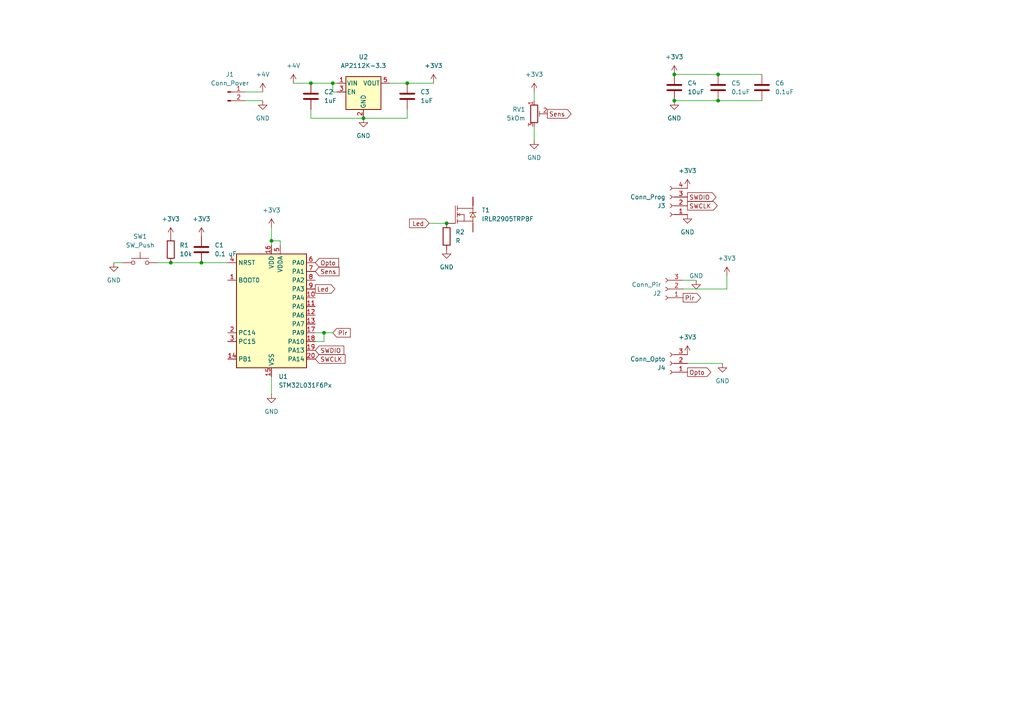
<source format=kicad_sch>
(kicad_sch (version 20211123) (generator eeschema)
  (paper "A4")
  (lib_symbols
    (symbol "Connector:Conn_01x02_Male" (pin_names (offset 1.016) hide)
      (property "Reference" "J" (at 0 2.54 0))
      (property "Value" "Conn_01x02_Male" (at 0 -5.08 0))
      (symbol "Conn_01x02_Male_1_1"
        (polyline (pts (xy 1.27 -2.54) (xy 0.8636 -2.54)) (stroke (width 0.1524)))
        (polyline (pts (xy 1.27 0) (xy 0.8636 0)) (stroke (width 0.1524)))
        (rectangle (start 0.8636 -2.413) (end 0 -2.667) (stroke (width 0.1524)) (fill (type outline)))
        (rectangle (start 0.8636 0.127) (end 0 -0.127) (stroke (width 0.1524)) (fill (type outline)))
        (pin passive line (at 5.08 0 180) (length 3.81) (name "Pin_1") (number "1"))
        (pin passive line (at 5.08 -2.54 180) (length 3.81) (name "Pin_2") (number "2"))
      )
    )
    (symbol "Connector:Conn_01x03_Female" (pin_names (offset 1.016) hide)
      (property "Reference" "J" (at 0 5.08 0))
      (property "Value" "Conn_01x03_Female" (at 0 -5.08 0))
      (symbol "Conn_01x03_Female_1_1"
        (arc (start 0 -2.032) (mid -0.508 -2.54) (end 0 -3.048) (stroke (width 0.1524)))
        (polyline (pts (xy -1.27 -2.54) (xy -0.508 -2.54)) (stroke (width 0.1524)))
        (polyline (pts (xy -1.27 0) (xy -0.508 0)) (stroke (width 0.1524)))
        (polyline (pts (xy -1.27 2.54) (xy -0.508 2.54)) (stroke (width 0.1524)))
        (arc (start 0 0.508) (mid -0.508 0) (end 0 -0.508) (stroke (width 0.1524)))
        (arc (start 0 3.048) (mid -0.508 2.54) (end 0 2.032) (stroke (width 0.1524)))
        (pin passive line (at -5.08 2.54 0) (length 3.81) (name "Pin_1") (number "1"))
        (pin passive line (at -5.08 0 0) (length 3.81) (name "Pin_2") (number "2"))
        (pin passive line (at -5.08 -2.54 0) (length 3.81) (name "Pin_3") (number "3"))
      )
    )
    (symbol "Connector:Conn_01x04_Female" (pin_names (offset 1.016) hide)
      (property "Reference" "J" (at 0 5.08 0))
      (property "Value" "Conn_01x04_Female" (at 0 -7.62 0))
      (symbol "Conn_01x04_Female_1_1"
        (arc (start 0 -4.572) (mid -0.508 -5.08) (end 0 -5.588) (stroke (width 0.1524)))
        (arc (start 0 -2.032) (mid -0.508 -2.54) (end 0 -3.048) (stroke (width 0.1524)))
        (polyline (pts (xy -1.27 -5.08) (xy -0.508 -5.08)) (stroke (width 0.1524)))
        (polyline (pts (xy -1.27 -2.54) (xy -0.508 -2.54)) (stroke (width 0.1524)))
        (polyline (pts (xy -1.27 0) (xy -0.508 0)) (stroke (width 0.1524)))
        (polyline (pts (xy -1.27 2.54) (xy -0.508 2.54)) (stroke (width 0.1524)))
        (arc (start 0 0.508) (mid -0.508 0) (end 0 -0.508) (stroke (width 0.1524)))
        (arc (start 0 3.048) (mid -0.508 2.54) (end 0 2.032) (stroke (width 0.1524)))
        (pin passive line (at -5.08 2.54 0) (length 3.81) (name "Pin_1") (number "1"))
        (pin passive line (at -5.08 0 0) (length 3.81) (name "Pin_2") (number "2"))
        (pin passive line (at -5.08 -2.54 0) (length 3.81) (name "Pin_3") (number "3"))
        (pin passive line (at -5.08 -5.08 0) (length 3.81) (name "Pin_4") (number "4"))
      )
    )
    (symbol "Device:C" (pin_numbers hide) (pin_names (offset 0.254))
      (property "Reference" "C" (at 0.635 2.54 0))
      (property "Value" "C" (at 0.635 -2.54 0))
      (symbol "C_0_1"
        (polyline (pts (xy -2.032 -0.762) (xy 2.032 -0.762)) (stroke (width 0.508)))
        (polyline (pts (xy -2.032 0.762) (xy 2.032 0.762)) (stroke (width 0.508)))
      )
      (symbol "C_1_1"
        (pin passive line (at 0 3.81 270) (length 2.794) (name "~") (number "1"))
        (pin passive line (at 0 -3.81 90) (length 2.794) (name "~") (number "2"))
      )
    )
    (symbol "Device:R" (pin_numbers hide) (pin_names (offset 0))
      (property "Reference" "R" (at 2.032 0 90))
      (property "Value" "R" (at 0 0 90))
      (symbol "R_0_1"
        (rectangle (start -1.016 -2.54) (end 1.016 2.54) (stroke (width 0.254)))
      )
      (symbol "R_1_1"
        (pin passive line (at 0 3.81 270) (length 1.27) (name "~") (number "1"))
        (pin passive line (at 0 -3.81 90) (length 1.27) (name "~") (number "2"))
      )
    )
    (symbol "Device:R_Potentiometer_Trim" (pin_names (offset 1.016) hide)
      (property "Reference" "RV" (at -4.445 0 90))
      (property "Value" "R_Potentiometer_Trim" (at -2.54 0 90))
      (symbol "R_Potentiometer_Trim_0_1"
        (polyline (pts (xy 1.524 0.762) (xy 1.524 -0.762)))
        (polyline (pts (xy 2.54 0) (xy 1.524 0)))
        (rectangle (start 1.016 2.54) (end -1.016 -2.54) (stroke (width 0.254)))
      )
      (symbol "R_Potentiometer_Trim_1_1"
        (pin passive line (at 0 3.81 270) (length 1.27) (name "1") (number "1"))
        (pin passive line (at 3.81 0 180) (length 1.27) (name "2") (number "2"))
        (pin passive line (at 0 -3.81 90) (length 1.27) (name "3") (number "3"))
      )
    )
    (symbol "IRLR2905TRPBF:IRLR2905TRPBF" (pin_numbers hide) (pin_names (offset 1.016) hide)
      (property "Reference" "T" (at 5.08 0 0))
      (property "Value" "IRLR2905TRPBF" (at 5.08 -2.54 0))
      (symbol "IRLR2905TRPBF_0_0"
        (polyline (pts (xy -2.54 -2.54) (xy -2.54 2.54)) (stroke (width 0.1524)))
        (polyline (pts (xy -1.9812 -1.905) (xy -1.9812 -2.54)) (stroke (width 0.1524)))
        (polyline (pts (xy -1.9812 -1.905) (xy 0 -1.905)) (stroke (width 0.1524)))
        (polyline (pts (xy -1.9812 -1.2954) (xy -1.9812 -1.905)) (stroke (width 0.1524)))
        (polyline (pts (xy -1.9812 0.6858) (xy -1.9812 -0.8382)) (stroke (width 0.1524)))
        (polyline (pts (xy -1.9812 1.8034) (xy -1.9812 1.0922)) (stroke (width 0.1524)))
        (polyline (pts (xy -1.9812 1.8034) (xy 2.54 1.8034)) (stroke (width 0.1524)))
        (polyline (pts (xy -1.9812 2.54) (xy -1.9812 1.8034)) (stroke (width 0.1524)))
        (polyline (pts (xy 0 -1.905) (xy 0 0)) (stroke (width 0.1524)))
        (polyline (pts (xy 0 0) (xy -1.2192 0)) (stroke (width 0.1524)))
        (polyline (pts (xy 1.6002 0.381) (xy 1.778 0.5588)) (stroke (width 0.1524)))
        (polyline (pts (xy 2.54 -2.54) (xy 2.54 -1.905)) (stroke (width 0.1524)))
        (polyline (pts (xy 2.54 -1.905) (xy 0 -1.905)) (stroke (width 0.1524)))
        (polyline (pts (xy 2.54 -0.7112) (xy 2.54 -1.905)) (stroke (width 0.1524)))
        (polyline (pts (xy 2.54 0.5588) (xy 1.778 0.5588)) (stroke (width 0.1524)))
        (polyline (pts (xy 2.54 0.5588) (xy 3.302 0.5588)) (stroke (width 0.1524)))
        (polyline (pts (xy 2.54 1.8034) (xy 2.54 0.5588)) (stroke (width 0.1524)))
        (polyline (pts (xy 2.54 2.54) (xy 2.54 1.8034)) (stroke (width 0.1524)))
        (polyline (pts (xy 3.302 0.5588) (xy 3.4798 0.7366)) (stroke (width 0.1524)))
        (polyline (pts (xy -1.9812 0) (xy -1.2192 0.254) (xy -1.2192 -0.254) (xy -1.9812 0)) (stroke (width 0.1524)) (fill (type background)))
        (polyline (pts (xy 1.778 -0.7112) (xy 2.54 0.5588) (xy 3.302 -0.7112) (xy 1.778 -0.7112)) (stroke (width 0.1524)) (fill (type background)))
        (pin bidirectional line (at -5.08 -2.54 0) (length 2.54) (name "~") (number "1"))
        (pin bidirectional line (at 2.54 5.08 270) (length 2.54) (name "~") (number "2"))
        (pin bidirectional line (at 2.54 -5.08 90) (length 2.54) (name "~") (number "3"))
        (pin bidirectional line (at 2.54 5.08 270) (length 2.54) (name "~") (number "PAD"))
      )
    )
    (symbol "MCU_ST_STM32L0:STM32L031F6Px"
      (property "Reference" "U" (at -10.16 16.51 0))
      (property "Value" "STM32L031F6Px" (at 5.08 16.51 0))
      (symbol "STM32L031F6Px_0_1"
        (rectangle (start -10.16 -17.78) (end 10.16 15.24) (stroke (width 0.254)) (fill (type background)))
      )
      (symbol "STM32L031F6Px_1_1"
        (pin input line (at -12.7 7.62 0) (length 2.54) (name "BOOT0") (number "1"))
        (pin bidirectional line (at 12.7 2.54 180) (length 2.54) (name "PA4") (number "10"))
        (pin bidirectional line (at 12.7 0 180) (length 2.54) (name "PA5") (number "11"))
        (pin bidirectional line (at 12.7 -2.54 180) (length 2.54) (name "PA6") (number "12"))
        (pin bidirectional line (at 12.7 -5.08 180) (length 2.54) (name "PA7") (number "13"))
        (pin bidirectional line (at -12.7 -15.24 0) (length 2.54) (name "PB1") (number "14"))
        (pin power_in line (at 0 -20.32 90) (length 2.54) (name "VSS") (number "15"))
        (pin power_in line (at 0 17.78 270) (length 2.54) (name "VDD") (number "16"))
        (pin bidirectional line (at 12.7 -7.62 180) (length 2.54) (name "PA9") (number "17"))
        (pin bidirectional line (at 12.7 -10.16 180) (length 2.54) (name "PA10") (number "18"))
        (pin bidirectional line (at 12.7 -12.7 180) (length 2.54) (name "PA13") (number "19"))
        (pin bidirectional line (at -12.7 -7.62 0) (length 2.54) (name "PC14") (number "2"))
        (pin bidirectional line (at 12.7 -15.24 180) (length 2.54) (name "PA14") (number "20"))
        (pin bidirectional line (at -12.7 -10.16 0) (length 2.54) (name "PC15") (number "3"))
        (pin input line (at -12.7 12.7 0) (length 2.54) (name "NRST") (number "4"))
        (pin power_in line (at 2.54 17.78 270) (length 2.54) (name "VDDA") (number "5"))
        (pin bidirectional line (at 12.7 12.7 180) (length 2.54) (name "PA0") (number "6"))
        (pin bidirectional line (at 12.7 10.16 180) (length 2.54) (name "PA1") (number "7"))
        (pin bidirectional line (at 12.7 7.62 180) (length 2.54) (name "PA2") (number "8"))
        (pin bidirectional line (at 12.7 5.08 180) (length 2.54) (name "PA3") (number "9"))
      )
    )
    (symbol "Regulator_Linear:AP2112K-3.3" (pin_names (offset 0.254))
      (property "Reference" "U" (at -5.08 5.715 0))
      (property "Value" "AP2112K-3.3" (at 0 5.715 0))
      (symbol "AP2112K-3.3_0_1"
        (rectangle (start -5.08 4.445) (end 5.08 -5.08) (stroke (width 0.254)) (fill (type background)))
      )
      (symbol "AP2112K-3.3_1_1"
        (pin power_in line (at -7.62 2.54 0) (length 2.54) (name "VIN") (number "1"))
        (pin power_in line (at 0 -7.62 90) (length 2.54) (name "GND") (number "2"))
        (pin input line (at -7.62 0 0) (length 2.54) (name "EN") (number "3"))
        (pin no_connect line (at 5.08 0 180) (length 2.54) hide (name "NC") (number "4"))
        (pin power_out line (at 7.62 2.54 180) (length 2.54) (name "VOUT") (number "5"))
      )
    )
    (symbol "Switch:SW_Push" (pin_numbers hide) (pin_names (offset 1.016) hide)
      (property "Reference" "SW" (at 1.27 2.54 0))
      (property "Value" "SW_Push" (at 0 -1.524 0))
      (symbol "SW_Push_0_1"
        (circle (center -2.032 0) (radius 0.508))
        (polyline (pts (xy 0 1.27) (xy 0 3.048)))
        (polyline (pts (xy 2.54 1.27) (xy -2.54 1.27)))
        (circle (center 2.032 0) (radius 0.508))
        (pin passive line (at -5.08 0 0) (length 2.54) (name "1") (number "1"))
        (pin passive line (at 5.08 0 180) (length 2.54) (name "2") (number "2"))
      )
    )
    (symbol "power:+3.3V" (power) (pin_names (offset 0))
      (property "Value" "+3.3V" (at 0 3.556 0))
      (symbol "+3.3V_0_1"
        (polyline (pts (xy -0.762 1.27) (xy 0 2.54)))
        (polyline (pts (xy 0 0) (xy 0 2.54)))
        (polyline (pts (xy 0 2.54) (xy 0.762 1.27)))
      )
      (symbol "+3.3V_1_1"
        (pin power_in line (at 0 0 90) (length 0) hide (name "+3V3") (number "1"))
      )
    )
    (symbol "power:+4V" (power) (pin_names (offset 0))
      (property "Value" "+4V" (at 0 3.556 0))
      (symbol "+4V_0_1"
        (polyline (pts (xy -0.762 1.27) (xy 0 2.54)))
        (polyline (pts (xy 0 0) (xy 0 2.54)))
        (polyline (pts (xy 0 2.54) (xy 0.762 1.27)))
      )
      (symbol "+4V_1_1"
        (pin power_in line (at 0 0 90) (length 0) hide (name "+4V") (number "1"))
      )
    )
    (symbol "power:GND" (power) (pin_names (offset 0))
      (property "Value" "GND" (at 0 -3.81 0))
      (symbol "GND_0_1"
        (polyline (pts (xy 0 0) (xy 0 -1.27) (xy 1.27 -1.27) (xy 0 -2.54) (xy -1.27 -1.27) (xy 0 -1.27)))
      )
      (symbol "GND_1_1"
        (pin power_in line (at 0 0 270) (length 0) hide (name "GND") (number "1"))
      )
    )
  )
  (junction (at 118.11 24.13))
  (junction (at 105.41 34.29))
  (junction (at 78.74 69.85))
  (junction (at 58.42 76.2))
  (junction (at 129.54 64.77))
  (junction (at 90.17 24.13))
  (junction (at 195.58 29.21))
  (junction (at 49.53 76.2))
  (junction (at 93.98 96.52))
  (junction (at 208.28 29.21))
  (junction (at 208.28 21.59))
  (junction (at 195.58 21.59))
  (junction (at 96.52 24.13))
  (wire (pts (xy 90.17 34.29) (xy 105.41 34.29)))
  (wire (pts (xy 71.12 26.67) (xy 76.2 26.67)))
  (wire (pts (xy 81.28 71.12) (xy 81.28 69.85)))
  (wire (pts (xy 210.82 83.82) (xy 210.82 80.01)))
  (wire (pts (xy 90.17 31.75) (xy 90.17 34.29)))
  (wire (pts (xy 58.42 76.2) (xy 66.04 76.2)))
  (wire (pts (xy 154.94 36.83) (xy 154.94 40.64)))
  (wire (pts (xy 49.53 76.2) (xy 58.42 76.2)))
  (wire (pts (xy 96.52 24.13) (xy 97.79 24.13)))
  (wire (pts (xy 71.12 29.21) (xy 76.2 29.21)))
  (wire (pts (xy 208.28 29.21) (xy 220.98 29.21)))
  (wire (pts (xy 93.98 96.52) (xy 96.52 96.52)))
  (wire (pts (xy 124.46 64.77) (xy 129.54 64.77)))
  (wire (pts (xy 208.28 21.59) (xy 220.98 21.59)))
  (wire (pts (xy 85.09 24.13) (xy 90.17 24.13)))
  (wire (pts (xy 78.74 66.04) (xy 78.74 69.85)))
  (wire (pts (xy 195.58 21.59) (xy 208.28 21.59)))
  (wire (pts (xy 118.11 34.29) (xy 105.41 34.29)))
  (wire (pts (xy 93.98 99.06) (xy 93.98 96.52)))
  (wire (pts (xy 118.11 31.75) (xy 118.11 34.29)))
  (wire (pts (xy 90.17 24.13) (xy 96.52 24.13)))
  (wire (pts (xy 97.79 26.67) (xy 96.52 26.67)))
  (wire (pts (xy 195.58 29.21) (xy 208.28 29.21)))
  (wire (pts (xy 198.12 83.82) (xy 210.82 83.82)))
  (wire (pts (xy 78.74 69.85) (xy 78.74 71.12)))
  (wire (pts (xy 154.94 26.67) (xy 154.94 29.21)))
  (wire (pts (xy 199.39 105.41) (xy 209.55 105.41)))
  (wire (pts (xy 96.52 26.67) (xy 96.52 24.13)))
  (wire (pts (xy 81.28 69.85) (xy 78.74 69.85)))
  (wire (pts (xy 91.44 96.52) (xy 93.98 96.52)))
  (wire (pts (xy 198.12 81.28) (xy 201.93 81.28)))
  (wire (pts (xy 118.11 24.13) (xy 125.73 24.13)))
  (wire (pts (xy 91.44 99.06) (xy 93.98 99.06)))
  (wire (pts (xy 78.74 109.22) (xy 78.74 114.3)))
  (wire (pts (xy 33.02 76.2) (xy 35.56 76.2)))
  (wire (pts (xy 113.03 24.13) (xy 118.11 24.13)))
  (wire (pts (xy 45.72 76.2) (xy 49.53 76.2)))
  (global_label "SWDIO" (shape input) (at 91.44 101.6 0) (property "Intersheet References" "${INTERSHEET_REFS}" (effects hide)))
  (global_label "Led" (shape input) (at 124.46 64.77 180) (property "Intersheet References" "${INTERSHEET_REFS}" (effects hide)))
  (global_label "Opto" (shape output) (at 199.39 107.95 0) (property "Intersheet References" "${INTERSHEET_REFS}" (effects hide)))
  (global_label "SWCLK" (shape output) (at 199.39 59.69 0) (property "Intersheet References" "${INTERSHEET_REFS}" (effects hide)))
  (global_label "Pir" (shape input) (at 96.52 96.52 0) (property "Intersheet References" "${INTERSHEET_REFS}" (effects hide)))
  (global_label "Led" (shape output) (at 91.44 83.82 0) (property "Intersheet References" "${INTERSHEET_REFS}" (effects hide)))
  (global_label "Opto" (shape input) (at 91.44 76.2 0) (property "Intersheet References" "${INTERSHEET_REFS}" (effects hide)))
  (global_label "Sens" (shape input) (at 91.44 78.74 0) (property "Intersheet References" "${INTERSHEET_REFS}" (effects hide)))
  (global_label "SWCLK" (shape input) (at 91.44 104.14 0) (property "Intersheet References" "${INTERSHEET_REFS}" (effects hide)))
  (global_label "SWDIO" (shape output) (at 199.39 57.15 0) (property "Intersheet References" "${INTERSHEET_REFS}" (effects hide)))
  (global_label "Pir" (shape output) (at 198.12 86.36 0) (property "Intersheet References" "${INTERSHEET_REFS}" (effects hide)))
  (global_label "Sens" (shape output) (at 158.75 33.02 0) (property "Intersheet References" "${INTERSHEET_REFS}" (effects hide)))
  (symbol (lib_id "Device:R_Potentiometer_Trim") (at 154.94 33.02 0) (unit 1)
    (property "Reference" "RV1" (at 152.4 31.7499 0) (effects (justify right)))
    (property "Value" "5kOm" (at 152.4 34.2899 0) (effects (justify right)))
    (property "Footprint" "Potentiometer_THT:Potentiometer_Bourns_3339P_Vertical_HandSoldering" (effects hide))
  )
  (symbol (lib_id "power:GND") (at 33.02 76.2 0) (unit 1)
    (property "Reference" "#PWR01" (effects hide))
    (property "Value" "GND" (at 33.02 81.28 0))
  )
  (symbol (lib_id "Device:C") (at 58.42 72.39 0) (unit 1)
    (property "Reference" "C1" (at 62.23 71.1199 0) (effects (justify left)))
    (property "Value" "0.1 uF" (at 62.23 73.6599 0) (effects (justify left)))
    (property "Footprint" "Capacitor_SMD:C_0805_2012Metric" (effects hide))
  )
  (symbol (lib_id "MCU_ST_STM32L0:STM32L031F6Px") (at 78.74 88.9 0) (unit 1)
    (property "Reference" "U1" (at 80.7594 109.22 0) (effects (justify left)))
    (property "Value" "STM32L031F6Px" (at 80.7594 111.76 0) (effects (justify left)))
    (property "Footprint" "Package_SO:TSSOP-20_4.4x6.5mm_P0.65mm" (effects hide))
    (property "Datasheet" "http://www.st.com/st-web-ui/static/active/en/resource/technical/document/datasheet/DM00140359.pdf" (effects hide))
  )
  (symbol (lib_id "Device:R") (at 129.54 68.58 0) (unit 1)
    (property "Reference" "R2" (at 132.08 67.3099 0) (effects (justify left)))
    (property "Value" "R" (at 132.08 69.8499 0) (effects (justify left)))
    (property "Footprint" "Resistor_SMD:R_0805_2012Metric" (effects hide))
  )
  (symbol (lib_id "IRLR2905TRPBF:IRLR2905TRPBF") (at 134.62 62.23 0) (unit 1)
    (property "Reference" "T1" (at 139.7 60.9599 0) (effects (justify left)))
    (property "Value" "IRLR2905TRPBF" (at 139.7 63.4999 0) (effects (justify left)))
    (property "Footprint" "Package_TO_SOT_SMD:TO-252-2" (effects hide))
  )
  (symbol (lib_id "power:GND") (at 78.74 114.3 0) (unit 1)
    (property "Reference" "#PWR05" (effects hide))
    (property "Value" "GND" (at 78.74 119.38 0))
  )
  (symbol (lib_id "power:GND") (at 195.58 29.21 0) (unit 1)
    (property "Reference" "#PWR015" (effects hide))
    (property "Value" "GND" (at 195.58 34.29 0))
  )
  (symbol (lib_id "power:+3.3V") (at 154.94 26.67 0) (unit 1)
    (property "Reference" "#PWR012" (effects hide))
    (property "Value" "+3.3V" (at 154.94 21.59 0))
  )
  (symbol (lib_id "Device:C") (at 208.28 25.4 0) (unit 1)
    (property "Reference" "C5" (at 212.09 24.1299 0) (effects (justify left)))
    (property "Value" "0.1uF" (at 212.09 26.6699 0) (effects (justify left)))
    (property "Footprint" "Capacitor_SMD:C_0805_2012Metric" (effects hide))
  )
  (symbol (lib_id "power:GND") (at 201.93 81.28 0) (unit 1)
    (property "Reference" "#PWR019" (effects hide))
    (property "Value" "GND" (at 201.93 80.01 0))
  )
  (symbol (lib_id "power:+3.3V") (at 125.73 24.13 0) (unit 1)
    (property "Reference" "#PWR010" (effects hide))
    (property "Value" "+3.3V" (at 125.73 19.05 0))
  )
  (symbol (lib_id "power:+4V") (at 76.2 26.67 0) (unit 1)
    (property "Reference" "#PWR06" (effects hide))
    (property "Value" "+4V" (at 76.2 21.59 0))
  )
  (symbol (lib_id "power:GND") (at 199.39 62.23 0) (unit 1)
    (property "Reference" "#PWR017" (effects hide))
    (property "Value" "GND" (at 199.39 67.31 0))
  )
  (symbol (lib_id "Device:C") (at 90.17 27.94 0) (unit 1)
    (property "Reference" "C2" (at 93.98 26.6699 0) (effects (justify left)))
    (property "Value" "1uF" (at 93.98 29.2099 0) (effects (justify left)))
    (property "Footprint" "Capacitor_SMD:C_1206_3216Metric" (effects hide))
  )
  (symbol (lib_id "power:+3.3V") (at 78.74 66.04 0) (unit 1)
    (property "Reference" "#PWR04" (effects hide))
    (property "Value" "+3.3V" (at 78.74 60.96 0))
  )
  (symbol (lib_id "power:+3.3V") (at 210.82 80.01 0) (unit 1)
    (property "Reference" "#PWR021" (effects hide))
    (property "Value" "+3.3V" (at 210.82 74.93 0))
  )
  (symbol (lib_id "power:+3.3V") (at 199.39 54.61 0) (unit 1)
    (property "Reference" "#PWR016" (effects hide))
    (property "Value" "+3.3V" (at 199.39 49.53 0))
  )
  (symbol (lib_id "Connector:Conn_01x03_Female") (at 194.31 105.41 180) (unit 1)
    (property "Reference" "J4" (at 193.04 106.6801 0) (effects (justify left)))
    (property "Value" "Conn_Opto" (at 193.04 104.1401 0) (effects (justify left)))
    (property "Footprint" "Connector_PinSocket_2.54mm:PinSocket_1x03_P2.54mm_Vertical" (effects hide))
  )
  (symbol (lib_id "power:+3.3V") (at 58.42 68.58 0) (unit 1)
    (property "Reference" "#PWR03" (effects hide))
    (property "Value" "+3.3V" (at 58.42 63.5 0))
  )
  (symbol (lib_id "power:+3.3V") (at 195.58 21.59 0) (unit 1)
    (property "Reference" "#PWR014" (effects hide))
    (property "Value" "+3.3V" (at 195.58 16.51 0))
  )
  (symbol (lib_id "Switch:SW_Push") (at 40.64 76.2 0) (unit 1)
    (property "Reference" "SW1" (at 40.64 68.58 0))
    (property "Value" "SW_Push" (at 40.64 71.12 0))
    (property "Footprint" "Button_Switch_SMD:SW_SPST_EVQP2" (effects hide))
  )
  (symbol (lib_id "power:GND") (at 154.94 40.64 0) (unit 1)
    (property "Reference" "#PWR013" (effects hide))
    (property "Value" "GND" (at 154.94 45.72 0))
  )
  (symbol (lib_id "power:+3.3V") (at 199.39 102.87 0) (unit 1)
    (property "Reference" "#PWR018" (effects hide))
    (property "Value" "+3.3V" (at 199.39 97.79 0))
  )
  (symbol (lib_id "power:+4V") (at 85.09 24.13 0) (unit 1)
    (property "Reference" "#PWR08" (effects hide))
    (property "Value" "+4V" (at 85.09 19.05 0))
  )
  (symbol (lib_id "Regulator_Linear:AP2112K-3.3") (at 105.41 26.67 0) (unit 1)
    (property "Reference" "U2" (at 105.41 16.51 0))
    (property "Value" "AP2112K-3.3" (at 105.41 19.05 0))
    (property "Footprint" "Package_TO_SOT_SMD:SOT-23-5" (effects hide))
    (property "Datasheet" "https://www.diodes.com/assets/Datasheets/AP2112.pdf" (effects hide))
  )
  (symbol (lib_id "power:GND") (at 129.54 72.39 0) (unit 1)
    (property "Reference" "#PWR011" (effects hide))
    (property "Value" "GND" (at 129.54 77.47 0))
  )
  (symbol (lib_id "power:GND") (at 76.2 29.21 0) (unit 1)
    (property "Reference" "#PWR07" (effects hide))
    (property "Value" "GND" (at 76.2 34.29 0))
  )
  (symbol (lib_id "Connector:Conn_01x02_Male") (at 66.04 26.67 0) (unit 1)
    (property "Reference" "J1" (at 66.675 21.59 0))
    (property "Value" "Conn_Pover" (at 66.675 24.13 0))
    (property "Footprint" "Connector_JST:JST_XH_B2B-XH-AM_1x02_P2.50mm_Vertical" (effects hide))
  )
  (symbol (lib_id "Device:C") (at 220.98 25.4 0) (unit 1)
    (property "Reference" "C6" (at 224.79 24.1299 0) (effects (justify left)))
    (property "Value" "0.1uF" (at 224.79 26.6699 0) (effects (justify left)))
    (property "Footprint" "Capacitor_SMD:C_0805_2012Metric" (effects hide))
  )
  (symbol (lib_id "Device:C") (at 118.11 27.94 0) (unit 1)
    (property "Reference" "C3" (at 121.92 26.6699 0) (effects (justify left)))
    (property "Value" "1uF" (at 121.92 29.2099 0) (effects (justify left)))
    (property "Footprint" "Capacitor_SMD:C_1206_3216Metric" (effects hide))
  )
  (symbol (lib_id "Device:R") (at 49.53 72.39 0) (unit 1)
    (property "Reference" "R1" (at 52.07 71.1199 0) (effects (justify left)))
    (property "Value" "10k" (at 52.07 73.6599 0) (effects (justify left)))
    (property "Footprint" "Resistor_SMD:R_0805_2012Metric" (effects hide))
  )
  (symbol (lib_id "power:+3.3V") (at 49.53 68.58 0) (unit 1)
    (property "Reference" "#PWR02" (effects hide))
    (property "Value" "+3.3V" (at 49.53 63.5 0))
  )
  (symbol (lib_id "power:GND") (at 209.55 105.41 0) (unit 1)
    (property "Reference" "#PWR020" (effects hide))
    (property "Value" "GND" (at 209.55 110.49 0))
  )
  (symbol (lib_id "Connector:Conn_01x03_Female") (at 193.04 83.82 180) (unit 1)
    (property "Reference" "J2" (at 191.77 85.0901 0) (effects (justify left)))
    (property "Value" "Conn_Pir" (at 191.77 82.5501 0) (effects (justify left)))
    (property "Footprint" "Connector_PinSocket_2.54mm:PinSocket_1x03_P2.54mm_Vertical" (effects hide))
  )
  (symbol (lib_id "Connector:Conn_01x04_Female") (at 194.31 59.69 180) (unit 1)
    (property "Reference" "J3" (at 193.04 59.6901 0) (effects (justify left)))
    (property "Value" "Conn_Prog" (at 193.04 57.1501 0) (effects (justify left)))
    (property "Footprint" "Connector_PinSocket_2.54mm:PinSocket_1x04_P2.54mm_Vertical" (effects hide))
  )
  (symbol (lib_id "Device:C") (at 195.58 25.4 0) (unit 1)
    (property "Reference" "C4" (at 199.39 24.1299 0) (effects (justify left)))
    (property "Value" "10uF" (at 199.39 26.6699 0) (effects (justify left)))
    (property "Footprint" "Capacitor_SMD:C_1210_3225Metric" (effects hide))
  )
  (symbol (lib_id "power:GND") (at 105.41 34.29 0) (unit 1)
    (property "Reference" "#PWR09" (effects hide))
    (property "Value" "GND" (at 105.41 39.37 0))
  )
)
</source>
